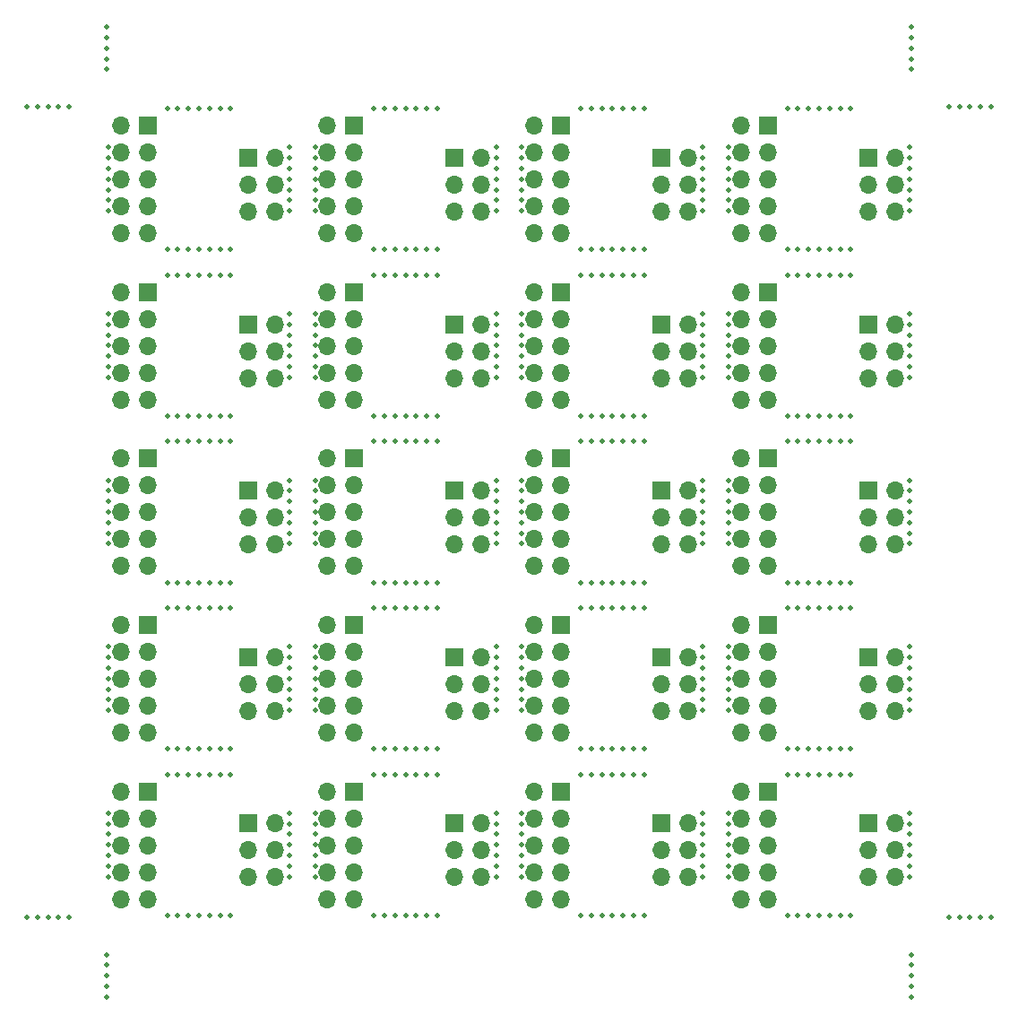
<source format=gbr>
%TF.GenerationSoftware,KiCad,Pcbnew,(6.0.6)*%
%TF.CreationDate,2022-08-19T10:36:33-07:00*%
%TF.ProjectId,panel,70616e65-6c2e-46b6-9963-61645f706362,rev?*%
%TF.SameCoordinates,PXe4e1c0PYe4e1c0*%
%TF.FileFunction,Soldermask,Bot*%
%TF.FilePolarity,Negative*%
%FSLAX46Y46*%
G04 Gerber Fmt 4.6, Leading zero omitted, Abs format (unit mm)*
G04 Created by KiCad (PCBNEW (6.0.6)) date 2022-08-19 10:36:33*
%MOMM*%
%LPD*%
G01*
G04 APERTURE LIST*
%ADD10C,0.500000*%
%ADD11R,1.700000X1.700000*%
%ADD12O,1.700000X1.700000*%
G04 APERTURE END LIST*
D10*
%TO.C,REF\u002A\u002A*%
X75340000Y-84380000D03*
%TD*%
%TO.C,REF\u002A\u002A*%
X13760000Y-68670000D03*
%TD*%
D11*
%TO.C,J1*%
X40923000Y-28559000D03*
D12*
X43463000Y-28559000D03*
X40923000Y-31099000D03*
X43463000Y-31099000D03*
X40923000Y-33639000D03*
X43463000Y-33639000D03*
%TD*%
D10*
%TO.C,REF\u002A\u002A*%
X39285000Y-37230000D03*
%TD*%
%TO.C,REF\u002A\u002A*%
X66780000Y-60010000D03*
%TD*%
%TO.C,REF\u002A\u002A*%
X57815000Y-68670000D03*
%TD*%
%TO.C,REF\u002A\u002A*%
X8200000Y-27575000D03*
%TD*%
%TO.C,REF\u002A\u002A*%
X33285000Y-37230000D03*
%TD*%
%TO.C,REF\u002A\u002A*%
X64380000Y-75725000D03*
%TD*%
%TO.C,REF\u002A\u002A*%
X64380000Y-33575000D03*
%TD*%
%TO.C,REF\u002A\u002A*%
X47250000Y-77725000D03*
%TD*%
%TO.C,REF\u002A\u002A*%
X57815000Y-8200000D03*
%TD*%
%TO.C,REF\u002A\u002A*%
X73340000Y-21520000D03*
%TD*%
D11*
%TO.C,J2*%
X50969000Y-41230000D03*
D12*
X48429000Y-41230000D03*
X50969000Y-43770000D03*
X48429000Y-43770000D03*
X50969000Y-46310000D03*
X48429000Y-46310000D03*
X50969000Y-48850000D03*
X48429000Y-48850000D03*
X50969000Y-51390000D03*
X48429000Y-51390000D03*
%TD*%
D10*
%TO.C,REF\u002A\u002A*%
X88600000Y-84580000D03*
%TD*%
%TO.C,REF\u002A\u002A*%
X17760000Y-37230000D03*
%TD*%
%TO.C,REF\u002A\u002A*%
X38285000Y-21520000D03*
%TD*%
%TO.C,REF\u002A\u002A*%
X44850000Y-64010000D03*
%TD*%
%TO.C,REF\u002A\u002A*%
X66780000Y-75725000D03*
%TD*%
%TO.C,REF\u002A\u002A*%
X27720000Y-79725000D03*
%TD*%
%TO.C,REF\u002A\u002A*%
X77340000Y-39630000D03*
%TD*%
%TO.C,REF\u002A\u002A*%
X44850000Y-78725000D03*
%TD*%
%TO.C,REF\u002A\u002A*%
X8000000Y-89080000D03*
%TD*%
%TO.C,REF\u002A\u002A*%
X25320000Y-65010000D03*
%TD*%
%TO.C,REF\u002A\u002A*%
X27720000Y-59010000D03*
%TD*%
%TO.C,REF\u002A\u002A*%
X16760000Y-68670000D03*
%TD*%
%TO.C,REF\u002A\u002A*%
X73340000Y-37230000D03*
%TD*%
%TO.C,REF\u002A\u002A*%
X84100000Y-2500000D03*
%TD*%
%TO.C,REF\u002A\u002A*%
X47250000Y-65010000D03*
%TD*%
%TO.C,REF\u002A\u002A*%
X89600000Y-84580000D03*
%TD*%
%TO.C,REF\u002A\u002A*%
X47250000Y-17860000D03*
%TD*%
%TO.C,REF\u002A\u002A*%
X18760000Y-52950000D03*
%TD*%
%TO.C,REF\u002A\u002A*%
X44850000Y-11860000D03*
%TD*%
%TO.C,REF\u002A\u002A*%
X8200000Y-33575000D03*
%TD*%
%TO.C,REF\u002A\u002A*%
X64380000Y-11860000D03*
%TD*%
%TO.C,REF\u002A\u002A*%
X47250000Y-80725000D03*
%TD*%
%TO.C,REF\u002A\u002A*%
X56815000Y-23920000D03*
%TD*%
%TO.C,REF\u002A\u002A*%
X66780000Y-47290000D03*
%TD*%
%TO.C,REF\u002A\u002A*%
X27720000Y-49290000D03*
%TD*%
D11*
%TO.C,J1*%
X79975000Y-28559000D03*
D12*
X82515000Y-28559000D03*
X79975000Y-31099000D03*
X82515000Y-31099000D03*
X79975000Y-33639000D03*
X82515000Y-33639000D03*
%TD*%
D10*
%TO.C,REF\u002A\u002A*%
X35285000Y-8200000D03*
%TD*%
%TO.C,REF\u002A\u002A*%
X18760000Y-71070000D03*
%TD*%
%TO.C,REF\u002A\u002A*%
X56815000Y-8200000D03*
%TD*%
%TO.C,REF\u002A\u002A*%
X66780000Y-59010000D03*
%TD*%
%TO.C,REF\u002A\u002A*%
X27720000Y-64010000D03*
%TD*%
%TO.C,REF\u002A\u002A*%
X44850000Y-48290000D03*
%TD*%
%TO.C,REF\u002A\u002A*%
X14760000Y-52950000D03*
%TD*%
%TO.C,REF\u002A\u002A*%
X8200000Y-29575000D03*
%TD*%
%TO.C,REF\u002A\u002A*%
X1500000Y-8000000D03*
%TD*%
%TO.C,REF\u002A\u002A*%
X66780000Y-46290000D03*
%TD*%
%TO.C,REF\u002A\u002A*%
X8200000Y-61010000D03*
%TD*%
%TO.C,REF\u002A\u002A*%
X84100000Y-500000D03*
%TD*%
D11*
%TO.C,J2*%
X11917000Y-56946000D03*
D12*
X9377000Y-56946000D03*
X11917000Y-59486000D03*
X9377000Y-59486000D03*
X11917000Y-62026000D03*
X9377000Y-62026000D03*
X11917000Y-64566000D03*
X9377000Y-64566000D03*
X11917000Y-67106000D03*
X9377000Y-67106000D03*
%TD*%
D10*
%TO.C,REF\u002A\u002A*%
X8200000Y-31575000D03*
%TD*%
%TO.C,REF\u002A\u002A*%
X53815000Y-37230000D03*
%TD*%
%TO.C,REF\u002A\u002A*%
X64380000Y-29575000D03*
%TD*%
%TO.C,REF\u002A\u002A*%
X52815000Y-52950000D03*
%TD*%
%TO.C,REF\u002A\u002A*%
X18760000Y-84380000D03*
%TD*%
%TO.C,REF\u002A\u002A*%
X64380000Y-30575000D03*
%TD*%
%TO.C,REF\u002A\u002A*%
X34285000Y-8200000D03*
%TD*%
%TO.C,REF\u002A\u002A*%
X44850000Y-33575000D03*
%TD*%
%TO.C,REF\u002A\u002A*%
X44850000Y-30575000D03*
%TD*%
%TO.C,REF\u002A\u002A*%
X27720000Y-74725000D03*
%TD*%
%TO.C,REF\u002A\u002A*%
X16760000Y-39630000D03*
%TD*%
%TO.C,REF\u002A\u002A*%
X47250000Y-61010000D03*
%TD*%
%TO.C,REF\u002A\u002A*%
X84100000Y-88080000D03*
%TD*%
%TO.C,REF\u002A\u002A*%
X56815000Y-55350000D03*
%TD*%
D11*
%TO.C,J2*%
X70495000Y-25514000D03*
D12*
X67955000Y-25514000D03*
X70495000Y-28054000D03*
X67955000Y-28054000D03*
X70495000Y-30594000D03*
X67955000Y-30594000D03*
X70495000Y-33134000D03*
X67955000Y-33134000D03*
X70495000Y-35674000D03*
X67955000Y-35674000D03*
%TD*%
D10*
%TO.C,REF\u002A\u002A*%
X55815000Y-21520000D03*
%TD*%
%TO.C,REF\u002A\u002A*%
X14760000Y-39630000D03*
%TD*%
D11*
%TO.C,J1*%
X79975000Y-75707000D03*
D12*
X82515000Y-75707000D03*
X79975000Y-78247000D03*
X82515000Y-78247000D03*
X79975000Y-80787000D03*
X82515000Y-80787000D03*
%TD*%
D10*
%TO.C,REF\u002A\u002A*%
X37285000Y-68670000D03*
%TD*%
%TO.C,REF\u002A\u002A*%
X53815000Y-55350000D03*
%TD*%
%TO.C,REF\u002A\u002A*%
X44850000Y-62010000D03*
%TD*%
%TO.C,REF\u002A\u002A*%
X19760000Y-21520000D03*
%TD*%
%TO.C,REF\u002A\u002A*%
X36285000Y-23920000D03*
%TD*%
%TO.C,REF\u002A\u002A*%
X25320000Y-49290000D03*
%TD*%
D11*
%TO.C,J2*%
X50969000Y-56946000D03*
D12*
X48429000Y-56946000D03*
X50969000Y-59486000D03*
X48429000Y-59486000D03*
X50969000Y-62026000D03*
X48429000Y-62026000D03*
X50969000Y-64566000D03*
X48429000Y-64566000D03*
X50969000Y-67106000D03*
X48429000Y-67106000D03*
%TD*%
D10*
%TO.C,REF\u002A\u002A*%
X56815000Y-68670000D03*
%TD*%
%TO.C,REF\u002A\u002A*%
X75340000Y-52950000D03*
%TD*%
D11*
%TO.C,J1*%
X21397000Y-75707000D03*
D12*
X23937000Y-75707000D03*
X21397000Y-78247000D03*
X23937000Y-78247000D03*
X21397000Y-80787000D03*
X23937000Y-80787000D03*
%TD*%
D10*
%TO.C,REF\u002A\u002A*%
X14760000Y-21520000D03*
%TD*%
%TO.C,REF\u002A\u002A*%
X47250000Y-47290000D03*
%TD*%
%TO.C,REF\u002A\u002A*%
X64380000Y-44290000D03*
%TD*%
%TO.C,REF\u002A\u002A*%
X58815000Y-21520000D03*
%TD*%
%TO.C,REF\u002A\u002A*%
X76340000Y-55350000D03*
%TD*%
%TO.C,REF\u002A\u002A*%
X78340000Y-8200000D03*
%TD*%
D11*
%TO.C,J2*%
X50969000Y-25514000D03*
D12*
X48429000Y-25514000D03*
X50969000Y-28054000D03*
X48429000Y-28054000D03*
X50969000Y-30594000D03*
X48429000Y-30594000D03*
X50969000Y-33134000D03*
X48429000Y-33134000D03*
X50969000Y-35674000D03*
X48429000Y-35674000D03*
%TD*%
D10*
%TO.C,REF\u002A\u002A*%
X57815000Y-71070000D03*
%TD*%
%TO.C,REF\u002A\u002A*%
X75340000Y-37230000D03*
%TD*%
%TO.C,REF\u002A\u002A*%
X77340000Y-55350000D03*
%TD*%
%TO.C,REF\u002A\u002A*%
X16760000Y-8200000D03*
%TD*%
%TO.C,REF\u002A\u002A*%
X37285000Y-52950000D03*
%TD*%
%TO.C,REF\u002A\u002A*%
X47250000Y-62010000D03*
%TD*%
%TO.C,REF\u002A\u002A*%
X76340000Y-84380000D03*
%TD*%
%TO.C,REF\u002A\u002A*%
X47250000Y-29575000D03*
%TD*%
D11*
%TO.C,J2*%
X11917000Y-9798000D03*
D12*
X9377000Y-9798000D03*
X11917000Y-12338000D03*
X9377000Y-12338000D03*
X11917000Y-14878000D03*
X9377000Y-14878000D03*
X11917000Y-17418000D03*
X9377000Y-17418000D03*
X11917000Y-19958000D03*
X9377000Y-19958000D03*
%TD*%
D10*
%TO.C,REF\u002A\u002A*%
X64380000Y-27575000D03*
%TD*%
%TO.C,REF\u002A\u002A*%
X14760000Y-55350000D03*
%TD*%
%TO.C,REF\u002A\u002A*%
X83900000Y-33575000D03*
%TD*%
%TO.C,REF\u002A\u002A*%
X25320000Y-64010000D03*
%TD*%
%TO.C,REF\u002A\u002A*%
X47250000Y-44290000D03*
%TD*%
%TO.C,REF\u002A\u002A*%
X66780000Y-63010000D03*
%TD*%
%TO.C,REF\u002A\u002A*%
X8200000Y-12860000D03*
%TD*%
%TO.C,REF\u002A\u002A*%
X8200000Y-59010000D03*
%TD*%
%TO.C,REF\u002A\u002A*%
X8000000Y-88080000D03*
%TD*%
%TO.C,REF\u002A\u002A*%
X47250000Y-43290000D03*
%TD*%
%TO.C,REF\u002A\u002A*%
X19760000Y-39630000D03*
%TD*%
D11*
%TO.C,J1*%
X60449000Y-59991000D03*
D12*
X62989000Y-59991000D03*
X60449000Y-62531000D03*
X62989000Y-62531000D03*
X60449000Y-65071000D03*
X62989000Y-65071000D03*
%TD*%
D11*
%TO.C,J1*%
X60449000Y-75707000D03*
D12*
X62989000Y-75707000D03*
X60449000Y-78247000D03*
X62989000Y-78247000D03*
X60449000Y-80787000D03*
X62989000Y-80787000D03*
%TD*%
D10*
%TO.C,REF\u002A\u002A*%
X54815000Y-37230000D03*
%TD*%
%TO.C,REF\u002A\u002A*%
X8200000Y-15860000D03*
%TD*%
%TO.C,REF\u002A\u002A*%
X52815000Y-21520000D03*
%TD*%
%TO.C,REF\u002A\u002A*%
X75340000Y-23920000D03*
%TD*%
%TO.C,REF\u002A\u002A*%
X33285000Y-8200000D03*
%TD*%
%TO.C,REF\u002A\u002A*%
X44850000Y-15860000D03*
%TD*%
%TO.C,REF\u002A\u002A*%
X25320000Y-78725000D03*
%TD*%
%TO.C,REF\u002A\u002A*%
X38285000Y-55350000D03*
%TD*%
%TO.C,REF\u002A\u002A*%
X27720000Y-17860000D03*
%TD*%
%TO.C,REF\u002A\u002A*%
X15760000Y-68670000D03*
%TD*%
%TO.C,REF\u002A\u002A*%
X44850000Y-17860000D03*
%TD*%
%TO.C,REF\u002A\u002A*%
X18760000Y-23920000D03*
%TD*%
%TO.C,REF\u002A\u002A*%
X47250000Y-59010000D03*
%TD*%
%TO.C,REF\u002A\u002A*%
X53815000Y-23920000D03*
%TD*%
%TO.C,REF\u002A\u002A*%
X44850000Y-59010000D03*
%TD*%
%TO.C,REF\u002A\u002A*%
X47250000Y-74725000D03*
%TD*%
%TO.C,REF\u002A\u002A*%
X14760000Y-68670000D03*
%TD*%
%TO.C,REF\u002A\u002A*%
X84100000Y-92080000D03*
%TD*%
%TO.C,REF\u002A\u002A*%
X83900000Y-77725000D03*
%TD*%
%TO.C,REF\u002A\u002A*%
X44850000Y-45290000D03*
%TD*%
%TO.C,REF\u002A\u002A*%
X53815000Y-52950000D03*
%TD*%
%TO.C,REF\u002A\u002A*%
X64380000Y-79725000D03*
%TD*%
%TO.C,REF\u002A\u002A*%
X66780000Y-16860000D03*
%TD*%
D11*
%TO.C,J1*%
X79975000Y-12843000D03*
D12*
X82515000Y-12843000D03*
X79975000Y-15383000D03*
X82515000Y-15383000D03*
X79975000Y-17923000D03*
X82515000Y-17923000D03*
%TD*%
D10*
%TO.C,REF\u002A\u002A*%
X36285000Y-68670000D03*
%TD*%
%TO.C,REF\u002A\u002A*%
X78340000Y-55350000D03*
%TD*%
D11*
%TO.C,J1*%
X60449000Y-28559000D03*
D12*
X62989000Y-28559000D03*
X60449000Y-31099000D03*
X62989000Y-31099000D03*
X60449000Y-33639000D03*
X62989000Y-33639000D03*
%TD*%
D10*
%TO.C,REF\u002A\u002A*%
X27720000Y-46290000D03*
%TD*%
%TO.C,REF\u002A\u002A*%
X53815000Y-8200000D03*
%TD*%
%TO.C,REF\u002A\u002A*%
X55815000Y-52950000D03*
%TD*%
D11*
%TO.C,J2*%
X11917000Y-25514000D03*
D12*
X9377000Y-25514000D03*
X11917000Y-28054000D03*
X9377000Y-28054000D03*
X11917000Y-30594000D03*
X9377000Y-30594000D03*
X11917000Y-33134000D03*
X9377000Y-33134000D03*
X11917000Y-35674000D03*
X9377000Y-35674000D03*
%TD*%
D10*
%TO.C,REF\u002A\u002A*%
X76340000Y-52950000D03*
%TD*%
%TO.C,REF\u002A\u002A*%
X8200000Y-45290000D03*
%TD*%
%TO.C,REF\u002A\u002A*%
X39285000Y-84380000D03*
%TD*%
%TO.C,REF\u002A\u002A*%
X15760000Y-39630000D03*
%TD*%
%TO.C,REF\u002A\u002A*%
X18760000Y-21520000D03*
%TD*%
%TO.C,REF\u002A\u002A*%
X47250000Y-13860000D03*
%TD*%
%TO.C,REF\u002A\u002A*%
X8200000Y-76725000D03*
%TD*%
%TO.C,REF\u002A\u002A*%
X15760000Y-37230000D03*
%TD*%
%TO.C,REF\u002A\u002A*%
X8200000Y-28575000D03*
%TD*%
%TO.C,REF\u002A\u002A*%
X44850000Y-74725000D03*
%TD*%
%TO.C,REF\u002A\u002A*%
X57815000Y-37230000D03*
%TD*%
%TO.C,REF\u002A\u002A*%
X83900000Y-46290000D03*
%TD*%
%TO.C,REF\u002A\u002A*%
X52815000Y-68670000D03*
%TD*%
%TO.C,REF\u002A\u002A*%
X15760000Y-21520000D03*
%TD*%
%TO.C,REF\u002A\u002A*%
X83900000Y-65010000D03*
%TD*%
%TO.C,REF\u002A\u002A*%
X64380000Y-76725000D03*
%TD*%
%TO.C,REF\u002A\u002A*%
X75340000Y-55350000D03*
%TD*%
D11*
%TO.C,J2*%
X70495000Y-72662000D03*
D12*
X67955000Y-72662000D03*
X70495000Y-75202000D03*
X67955000Y-75202000D03*
X70495000Y-77742000D03*
X67955000Y-77742000D03*
X70495000Y-80282000D03*
X67955000Y-80282000D03*
X70495000Y-82822000D03*
X67955000Y-82822000D03*
%TD*%
D10*
%TO.C,REF\u002A\u002A*%
X44850000Y-13860000D03*
%TD*%
D11*
%TO.C,J2*%
X70495000Y-41230000D03*
D12*
X67955000Y-41230000D03*
X70495000Y-43770000D03*
X67955000Y-43770000D03*
X70495000Y-46310000D03*
X67955000Y-46310000D03*
X70495000Y-48850000D03*
X67955000Y-48850000D03*
X70495000Y-51390000D03*
X67955000Y-51390000D03*
%TD*%
D10*
%TO.C,REF\u002A\u002A*%
X39285000Y-23920000D03*
%TD*%
%TO.C,REF\u002A\u002A*%
X33285000Y-52950000D03*
%TD*%
%TO.C,REF\u002A\u002A*%
X36285000Y-39630000D03*
%TD*%
%TO.C,REF\u002A\u002A*%
X55815000Y-8200000D03*
%TD*%
%TO.C,REF\u002A\u002A*%
X66780000Y-74725000D03*
%TD*%
%TO.C,REF\u002A\u002A*%
X64380000Y-13860000D03*
%TD*%
D11*
%TO.C,J1*%
X21397000Y-44275000D03*
D12*
X23937000Y-44275000D03*
X21397000Y-46815000D03*
X23937000Y-46815000D03*
X21397000Y-49355000D03*
X23937000Y-49355000D03*
%TD*%
D10*
%TO.C,REF\u002A\u002A*%
X72340000Y-55350000D03*
%TD*%
%TO.C,REF\u002A\u002A*%
X56815000Y-71070000D03*
%TD*%
%TO.C,REF\u002A\u002A*%
X72340000Y-23920000D03*
%TD*%
D11*
%TO.C,J2*%
X70495000Y-9798000D03*
D12*
X67955000Y-9798000D03*
X70495000Y-12338000D03*
X67955000Y-12338000D03*
X70495000Y-14878000D03*
X67955000Y-14878000D03*
X70495000Y-17418000D03*
X67955000Y-17418000D03*
X70495000Y-19958000D03*
X67955000Y-19958000D03*
%TD*%
D10*
%TO.C,REF\u002A\u002A*%
X66780000Y-15860000D03*
%TD*%
%TO.C,REF\u002A\u002A*%
X27720000Y-75725000D03*
%TD*%
%TO.C,REF\u002A\u002A*%
X37285000Y-55350000D03*
%TD*%
%TO.C,REF\u002A\u002A*%
X8000000Y-4500000D03*
%TD*%
%TO.C,REF\u002A\u002A*%
X39285000Y-8200000D03*
%TD*%
%TO.C,REF\u002A\u002A*%
X76340000Y-39630000D03*
%TD*%
%TO.C,REF\u002A\u002A*%
X27720000Y-13860000D03*
%TD*%
%TO.C,REF\u002A\u002A*%
X8200000Y-16860000D03*
%TD*%
%TO.C,REF\u002A\u002A*%
X66780000Y-43290000D03*
%TD*%
%TO.C,REF\u002A\u002A*%
X52815000Y-23920000D03*
%TD*%
%TO.C,REF\u002A\u002A*%
X66780000Y-33575000D03*
%TD*%
%TO.C,REF\u002A\u002A*%
X36285000Y-52950000D03*
%TD*%
%TO.C,REF\u002A\u002A*%
X47250000Y-75725000D03*
%TD*%
%TO.C,REF\u002A\u002A*%
X77340000Y-21520000D03*
%TD*%
%TO.C,REF\u002A\u002A*%
X13760000Y-39630000D03*
%TD*%
%TO.C,REF\u002A\u002A*%
X64380000Y-74725000D03*
%TD*%
%TO.C,REF\u002A\u002A*%
X47250000Y-27575000D03*
%TD*%
%TO.C,REF\u002A\u002A*%
X47250000Y-45290000D03*
%TD*%
%TO.C,REF\u002A\u002A*%
X25320000Y-59010000D03*
%TD*%
%TO.C,REF\u002A\u002A*%
X18760000Y-8200000D03*
%TD*%
%TO.C,REF\u002A\u002A*%
X25320000Y-80725000D03*
%TD*%
%TO.C,REF\u002A\u002A*%
X83900000Y-61010000D03*
%TD*%
%TO.C,REF\u002A\u002A*%
X18760000Y-37230000D03*
%TD*%
%TO.C,REF\u002A\u002A*%
X25320000Y-30575000D03*
%TD*%
%TO.C,REF\u002A\u002A*%
X87600000Y-8000000D03*
%TD*%
%TO.C,REF\u002A\u002A*%
X35285000Y-37230000D03*
%TD*%
%TO.C,REF\u002A\u002A*%
X64380000Y-15860000D03*
%TD*%
%TO.C,REF\u002A\u002A*%
X27720000Y-16860000D03*
%TD*%
%TO.C,REF\u002A\u002A*%
X58815000Y-71070000D03*
%TD*%
%TO.C,REF\u002A\u002A*%
X84100000Y-3500000D03*
%TD*%
%TO.C,REF\u002A\u002A*%
X66780000Y-28575000D03*
%TD*%
%TO.C,REF\u002A\u002A*%
X36285000Y-8200000D03*
%TD*%
%TO.C,REF\u002A\u002A*%
X72340000Y-21520000D03*
%TD*%
%TO.C,REF\u002A\u002A*%
X44850000Y-60010000D03*
%TD*%
%TO.C,REF\u002A\u002A*%
X16760000Y-37230000D03*
%TD*%
%TO.C,REF\u002A\u002A*%
X64380000Y-59010000D03*
%TD*%
%TO.C,REF\u002A\u002A*%
X16760000Y-55350000D03*
%TD*%
%TO.C,REF\u002A\u002A*%
X47250000Y-48290000D03*
%TD*%
%TO.C,REF\u002A\u002A*%
X44850000Y-43290000D03*
%TD*%
%TO.C,REF\u002A\u002A*%
X8200000Y-79725000D03*
%TD*%
%TO.C,REF\u002A\u002A*%
X39285000Y-71070000D03*
%TD*%
%TO.C,REF\u002A\u002A*%
X35285000Y-68670000D03*
%TD*%
%TO.C,REF\u002A\u002A*%
X44850000Y-32575000D03*
%TD*%
%TO.C,REF\u002A\u002A*%
X54815000Y-52950000D03*
%TD*%
%TO.C,REF\u002A\u002A*%
X84100000Y-4500000D03*
%TD*%
%TO.C,REF\u002A\u002A*%
X8200000Y-14860000D03*
%TD*%
%TO.C,REF\u002A\u002A*%
X66780000Y-32575000D03*
%TD*%
%TO.C,REF\u002A\u002A*%
X13760000Y-21520000D03*
%TD*%
%TO.C,REF\u002A\u002A*%
X25320000Y-16860000D03*
%TD*%
%TO.C,REF\u002A\u002A*%
X56815000Y-84380000D03*
%TD*%
%TO.C,REF\u002A\u002A*%
X58815000Y-84380000D03*
%TD*%
%TO.C,REF\u002A\u002A*%
X25320000Y-48290000D03*
%TD*%
%TO.C,REF\u002A\u002A*%
X52815000Y-39630000D03*
%TD*%
%TO.C,REF\u002A\u002A*%
X72340000Y-8200000D03*
%TD*%
%TO.C,REF\u002A\u002A*%
X57815000Y-84380000D03*
%TD*%
%TO.C,REF\u002A\u002A*%
X16760000Y-84380000D03*
%TD*%
%TO.C,REF\u002A\u002A*%
X75340000Y-71070000D03*
%TD*%
%TO.C,REF\u002A\u002A*%
X44850000Y-80725000D03*
%TD*%
%TO.C,REF\u002A\u002A*%
X78340000Y-39630000D03*
%TD*%
%TO.C,REF\u002A\u002A*%
X74340000Y-21520000D03*
%TD*%
%TO.C,REF\u002A\u002A*%
X36285000Y-84380000D03*
%TD*%
%TO.C,REF\u002A\u002A*%
X27720000Y-65010000D03*
%TD*%
%TO.C,REF\u002A\u002A*%
X38285000Y-23920000D03*
%TD*%
%TO.C,REF\u002A\u002A*%
X47250000Y-46290000D03*
%TD*%
%TO.C,REF\u002A\u002A*%
X8000000Y-3500000D03*
%TD*%
%TO.C,REF\u002A\u002A*%
X33285000Y-23920000D03*
%TD*%
%TO.C,REF\u002A\u002A*%
X15760000Y-71070000D03*
%TD*%
%TO.C,REF\u002A\u002A*%
X66780000Y-31575000D03*
%TD*%
%TO.C,REF\u002A\u002A*%
X35285000Y-23920000D03*
%TD*%
%TO.C,REF\u002A\u002A*%
X25320000Y-76725000D03*
%TD*%
%TO.C,REF\u002A\u002A*%
X47250000Y-60010000D03*
%TD*%
%TO.C,REF\u002A\u002A*%
X34285000Y-55350000D03*
%TD*%
%TO.C,REF\u002A\u002A*%
X17760000Y-71070000D03*
%TD*%
%TO.C,REF\u002A\u002A*%
X34285000Y-21520000D03*
%TD*%
%TO.C,REF\u002A\u002A*%
X4500000Y-8000000D03*
%TD*%
%TO.C,REF\u002A\u002A*%
X58815000Y-39630000D03*
%TD*%
%TO.C,REF\u002A\u002A*%
X52815000Y-8200000D03*
%TD*%
%TO.C,REF\u002A\u002A*%
X83900000Y-48290000D03*
%TD*%
D11*
%TO.C,J2*%
X70495000Y-56946000D03*
D12*
X67955000Y-56946000D03*
X70495000Y-59486000D03*
X67955000Y-59486000D03*
X70495000Y-62026000D03*
X67955000Y-62026000D03*
X70495000Y-64566000D03*
X67955000Y-64566000D03*
X70495000Y-67106000D03*
X67955000Y-67106000D03*
%TD*%
D10*
%TO.C,REF\u002A\u002A*%
X25320000Y-32575000D03*
%TD*%
%TO.C,REF\u002A\u002A*%
X54815000Y-55350000D03*
%TD*%
%TO.C,REF\u002A\u002A*%
X14760000Y-37230000D03*
%TD*%
%TO.C,REF\u002A\u002A*%
X8200000Y-13860000D03*
%TD*%
%TO.C,REF\u002A\u002A*%
X8200000Y-44290000D03*
%TD*%
%TO.C,REF\u002A\u002A*%
X1500000Y-84580000D03*
%TD*%
%TO.C,REF\u002A\u002A*%
X83900000Y-49290000D03*
%TD*%
%TO.C,REF\u002A\u002A*%
X83900000Y-47290000D03*
%TD*%
%TO.C,REF\u002A\u002A*%
X25320000Y-44290000D03*
%TD*%
%TO.C,REF\u002A\u002A*%
X66780000Y-30575000D03*
%TD*%
D11*
%TO.C,J2*%
X50969000Y-72662000D03*
D12*
X48429000Y-72662000D03*
X50969000Y-75202000D03*
X48429000Y-75202000D03*
X50969000Y-77742000D03*
X48429000Y-77742000D03*
X50969000Y-80282000D03*
X48429000Y-80282000D03*
X50969000Y-82822000D03*
X48429000Y-82822000D03*
%TD*%
D10*
%TO.C,REF\u002A\u002A*%
X47250000Y-31575000D03*
%TD*%
D11*
%TO.C,J1*%
X40923000Y-44275000D03*
D12*
X43463000Y-44275000D03*
X40923000Y-46815000D03*
X43463000Y-46815000D03*
X40923000Y-49355000D03*
X43463000Y-49355000D03*
%TD*%
D10*
%TO.C,REF\u002A\u002A*%
X83900000Y-13860000D03*
%TD*%
D11*
%TO.C,J2*%
X31443000Y-9798000D03*
D12*
X28903000Y-9798000D03*
X31443000Y-12338000D03*
X28903000Y-12338000D03*
X31443000Y-14878000D03*
X28903000Y-14878000D03*
X31443000Y-17418000D03*
X28903000Y-17418000D03*
X31443000Y-19958000D03*
X28903000Y-19958000D03*
%TD*%
D10*
%TO.C,REF\u002A\u002A*%
X27720000Y-43290000D03*
%TD*%
%TO.C,REF\u002A\u002A*%
X57815000Y-23920000D03*
%TD*%
%TO.C,REF\u002A\u002A*%
X44850000Y-65010000D03*
%TD*%
%TO.C,REF\u002A\u002A*%
X66780000Y-61010000D03*
%TD*%
%TO.C,REF\u002A\u002A*%
X66780000Y-62010000D03*
%TD*%
%TO.C,REF\u002A\u002A*%
X13760000Y-8200000D03*
%TD*%
%TO.C,REF\u002A\u002A*%
X8000000Y-91080000D03*
%TD*%
%TO.C,REF\u002A\u002A*%
X66780000Y-80725000D03*
%TD*%
D11*
%TO.C,J1*%
X21397000Y-28559000D03*
D12*
X23937000Y-28559000D03*
X21397000Y-31099000D03*
X23937000Y-31099000D03*
X21397000Y-33639000D03*
X23937000Y-33639000D03*
%TD*%
D10*
%TO.C,REF\u002A\u002A*%
X27720000Y-47290000D03*
%TD*%
%TO.C,REF\u002A\u002A*%
X15760000Y-52950000D03*
%TD*%
%TO.C,REF\u002A\u002A*%
X8200000Y-47290000D03*
%TD*%
%TO.C,REF\u002A\u002A*%
X64380000Y-14860000D03*
%TD*%
%TO.C,REF\u002A\u002A*%
X66780000Y-49290000D03*
%TD*%
%TO.C,REF\u002A\u002A*%
X64380000Y-77725000D03*
%TD*%
%TO.C,REF\u002A\u002A*%
X47250000Y-64010000D03*
%TD*%
%TO.C,REF\u002A\u002A*%
X25320000Y-60010000D03*
%TD*%
%TO.C,REF\u002A\u002A*%
X17760000Y-8200000D03*
%TD*%
%TO.C,REF\u002A\u002A*%
X8200000Y-63010000D03*
%TD*%
%TO.C,REF\u002A\u002A*%
X8000000Y-500000D03*
%TD*%
D11*
%TO.C,J1*%
X21397000Y-12843000D03*
D12*
X23937000Y-12843000D03*
X21397000Y-15383000D03*
X23937000Y-15383000D03*
X21397000Y-17923000D03*
X23937000Y-17923000D03*
%TD*%
D10*
%TO.C,REF\u002A\u002A*%
X53815000Y-68670000D03*
%TD*%
%TO.C,REF\u002A\u002A*%
X83900000Y-63010000D03*
%TD*%
%TO.C,REF\u002A\u002A*%
X39285000Y-21520000D03*
%TD*%
%TO.C,REF\u002A\u002A*%
X57815000Y-21520000D03*
%TD*%
%TO.C,REF\u002A\u002A*%
X33285000Y-39630000D03*
%TD*%
%TO.C,REF\u002A\u002A*%
X33285000Y-84380000D03*
%TD*%
%TO.C,REF\u002A\u002A*%
X83900000Y-29575000D03*
%TD*%
%TO.C,REF\u002A\u002A*%
X14760000Y-23920000D03*
%TD*%
%TO.C,REF\u002A\u002A*%
X66780000Y-79725000D03*
%TD*%
%TO.C,REF\u002A\u002A*%
X8200000Y-11860000D03*
%TD*%
%TO.C,REF\u002A\u002A*%
X74340000Y-39630000D03*
%TD*%
%TO.C,REF\u002A\u002A*%
X27720000Y-11860000D03*
%TD*%
%TO.C,REF\u002A\u002A*%
X90600000Y-84580000D03*
%TD*%
%TO.C,REF\u002A\u002A*%
X8200000Y-48290000D03*
%TD*%
%TO.C,REF\u002A\u002A*%
X54815000Y-71070000D03*
%TD*%
%TO.C,REF\u002A\u002A*%
X8200000Y-77725000D03*
%TD*%
%TO.C,REF\u002A\u002A*%
X27720000Y-45290000D03*
%TD*%
%TO.C,REF\u002A\u002A*%
X52815000Y-71070000D03*
%TD*%
%TO.C,REF\u002A\u002A*%
X52815000Y-84380000D03*
%TD*%
D11*
%TO.C,J2*%
X11917000Y-41230000D03*
D12*
X9377000Y-41230000D03*
X11917000Y-43770000D03*
X9377000Y-43770000D03*
X11917000Y-46310000D03*
X9377000Y-46310000D03*
X11917000Y-48850000D03*
X9377000Y-48850000D03*
X11917000Y-51390000D03*
X9377000Y-51390000D03*
%TD*%
D10*
%TO.C,REF\u002A\u002A*%
X54815000Y-21520000D03*
%TD*%
%TO.C,REF\u002A\u002A*%
X64380000Y-65010000D03*
%TD*%
%TO.C,REF\u002A\u002A*%
X66780000Y-77725000D03*
%TD*%
%TO.C,REF\u002A\u002A*%
X74340000Y-68670000D03*
%TD*%
%TO.C,REF\u002A\u002A*%
X83900000Y-79725000D03*
%TD*%
D11*
%TO.C,J1*%
X60449000Y-44275000D03*
D12*
X62989000Y-44275000D03*
X60449000Y-46815000D03*
X62989000Y-46815000D03*
X60449000Y-49355000D03*
X62989000Y-49355000D03*
%TD*%
D10*
%TO.C,REF\u002A\u002A*%
X44850000Y-44290000D03*
%TD*%
%TO.C,REF\u002A\u002A*%
X8200000Y-80725000D03*
%TD*%
%TO.C,REF\u002A\u002A*%
X73340000Y-23920000D03*
%TD*%
D11*
%TO.C,J1*%
X79975000Y-44275000D03*
D12*
X82515000Y-44275000D03*
X79975000Y-46815000D03*
X82515000Y-46815000D03*
X79975000Y-49355000D03*
X82515000Y-49355000D03*
%TD*%
D10*
%TO.C,REF\u002A\u002A*%
X37285000Y-21520000D03*
%TD*%
%TO.C,REF\u002A\u002A*%
X66780000Y-12860000D03*
%TD*%
%TO.C,REF\u002A\u002A*%
X18760000Y-39630000D03*
%TD*%
%TO.C,REF\u002A\u002A*%
X77340000Y-37230000D03*
%TD*%
%TO.C,REF\u002A\u002A*%
X78340000Y-71070000D03*
%TD*%
%TO.C,REF\u002A\u002A*%
X66780000Y-65010000D03*
%TD*%
%TO.C,REF\u002A\u002A*%
X44850000Y-61010000D03*
%TD*%
%TO.C,REF\u002A\u002A*%
X27720000Y-30575000D03*
%TD*%
%TO.C,REF\u002A\u002A*%
X58815000Y-55350000D03*
%TD*%
%TO.C,REF\u002A\u002A*%
X35285000Y-84380000D03*
%TD*%
%TO.C,REF\u002A\u002A*%
X14760000Y-71070000D03*
%TD*%
%TO.C,REF\u002A\u002A*%
X25320000Y-63010000D03*
%TD*%
%TO.C,REF\u002A\u002A*%
X44850000Y-49290000D03*
%TD*%
%TO.C,REF\u002A\u002A*%
X13760000Y-55350000D03*
%TD*%
D11*
%TO.C,J1*%
X40923000Y-59991000D03*
D12*
X43463000Y-59991000D03*
X40923000Y-62531000D03*
X43463000Y-62531000D03*
X40923000Y-65071000D03*
X43463000Y-65071000D03*
%TD*%
D10*
%TO.C,REF\u002A\u002A*%
X87600000Y-84580000D03*
%TD*%
%TO.C,REF\u002A\u002A*%
X25320000Y-12860000D03*
%TD*%
%TO.C,REF\u002A\u002A*%
X57815000Y-52950000D03*
%TD*%
%TO.C,REF\u002A\u002A*%
X25320000Y-45290000D03*
%TD*%
D11*
%TO.C,J2*%
X31443000Y-72662000D03*
D12*
X28903000Y-72662000D03*
X31443000Y-75202000D03*
X28903000Y-75202000D03*
X31443000Y-77742000D03*
X28903000Y-77742000D03*
X31443000Y-80282000D03*
X28903000Y-80282000D03*
X31443000Y-82822000D03*
X28903000Y-82822000D03*
%TD*%
D10*
%TO.C,REF\u002A\u002A*%
X19760000Y-71070000D03*
%TD*%
%TO.C,REF\u002A\u002A*%
X38285000Y-52950000D03*
%TD*%
%TO.C,REF\u002A\u002A*%
X39285000Y-55350000D03*
%TD*%
%TO.C,REF\u002A\u002A*%
X75340000Y-68670000D03*
%TD*%
%TO.C,REF\u002A\u002A*%
X17760000Y-55350000D03*
%TD*%
%TO.C,REF\u002A\u002A*%
X34285000Y-52950000D03*
%TD*%
%TO.C,REF\u002A\u002A*%
X83900000Y-59010000D03*
%TD*%
%TO.C,REF\u002A\u002A*%
X55815000Y-39630000D03*
%TD*%
%TO.C,REF\u002A\u002A*%
X8200000Y-32575000D03*
%TD*%
%TO.C,REF\u002A\u002A*%
X74340000Y-71070000D03*
%TD*%
%TO.C,REF\u002A\u002A*%
X8200000Y-62010000D03*
%TD*%
%TO.C,REF\u002A\u002A*%
X18760000Y-68670000D03*
%TD*%
%TO.C,REF\u002A\u002A*%
X25320000Y-15860000D03*
%TD*%
%TO.C,REF\u002A\u002A*%
X64380000Y-64010000D03*
%TD*%
%TO.C,REF\u002A\u002A*%
X17760000Y-39630000D03*
%TD*%
%TO.C,REF\u002A\u002A*%
X16760000Y-71070000D03*
%TD*%
%TO.C,REF\u002A\u002A*%
X17760000Y-21520000D03*
%TD*%
%TO.C,REF\u002A\u002A*%
X39285000Y-39630000D03*
%TD*%
%TO.C,REF\u002A\u002A*%
X47250000Y-12860000D03*
%TD*%
%TO.C,REF\u002A\u002A*%
X17760000Y-68670000D03*
%TD*%
%TO.C,REF\u002A\u002A*%
X83900000Y-76725000D03*
%TD*%
%TO.C,REF\u002A\u002A*%
X76340000Y-23920000D03*
%TD*%
%TO.C,REF\u002A\u002A*%
X19760000Y-23920000D03*
%TD*%
%TO.C,REF\u002A\u002A*%
X27720000Y-61010000D03*
%TD*%
%TO.C,REF\u002A\u002A*%
X27720000Y-27575000D03*
%TD*%
%TO.C,REF\u002A\u002A*%
X27720000Y-78725000D03*
%TD*%
%TO.C,REF\u002A\u002A*%
X25320000Y-61010000D03*
%TD*%
%TO.C,REF\u002A\u002A*%
X64380000Y-16860000D03*
%TD*%
D11*
%TO.C,J1*%
X21397000Y-59991000D03*
D12*
X23937000Y-59991000D03*
X21397000Y-62531000D03*
X23937000Y-62531000D03*
X21397000Y-65071000D03*
X23937000Y-65071000D03*
%TD*%
D10*
%TO.C,REF\u002A\u002A*%
X13760000Y-52950000D03*
%TD*%
%TO.C,REF\u002A\u002A*%
X47250000Y-33575000D03*
%TD*%
%TO.C,REF\u002A\u002A*%
X19760000Y-68670000D03*
%TD*%
%TO.C,REF\u002A\u002A*%
X8200000Y-46290000D03*
%TD*%
%TO.C,REF\u002A\u002A*%
X8200000Y-78725000D03*
%TD*%
D11*
%TO.C,J2*%
X31443000Y-56946000D03*
D12*
X28903000Y-56946000D03*
X31443000Y-59486000D03*
X28903000Y-59486000D03*
X31443000Y-62026000D03*
X28903000Y-62026000D03*
X31443000Y-64566000D03*
X28903000Y-64566000D03*
X31443000Y-67106000D03*
X28903000Y-67106000D03*
%TD*%
D10*
%TO.C,REF\u002A\u002A*%
X44850000Y-63010000D03*
%TD*%
%TO.C,REF\u002A\u002A*%
X15760000Y-8200000D03*
%TD*%
%TO.C,REF\u002A\u002A*%
X74340000Y-52950000D03*
%TD*%
%TO.C,REF\u002A\u002A*%
X44850000Y-16860000D03*
%TD*%
%TO.C,REF\u002A\u002A*%
X53815000Y-71070000D03*
%TD*%
%TO.C,REF\u002A\u002A*%
X64380000Y-28575000D03*
%TD*%
%TO.C,REF\u002A\u002A*%
X66780000Y-27575000D03*
%TD*%
%TO.C,REF\u002A\u002A*%
X19760000Y-8200000D03*
%TD*%
%TO.C,REF\u002A\u002A*%
X77340000Y-8200000D03*
%TD*%
%TO.C,REF\u002A\u002A*%
X47250000Y-28575000D03*
%TD*%
%TO.C,REF\u002A\u002A*%
X38285000Y-71070000D03*
%TD*%
%TO.C,REF\u002A\u002A*%
X66780000Y-48290000D03*
%TD*%
%TO.C,REF\u002A\u002A*%
X66780000Y-29575000D03*
%TD*%
%TO.C,REF\u002A\u002A*%
X19760000Y-52950000D03*
%TD*%
%TO.C,REF\u002A\u002A*%
X13760000Y-23920000D03*
%TD*%
%TO.C,REF\u002A\u002A*%
X64380000Y-78725000D03*
%TD*%
%TO.C,REF\u002A\u002A*%
X19760000Y-55350000D03*
%TD*%
%TO.C,REF\u002A\u002A*%
X39285000Y-52950000D03*
%TD*%
%TO.C,REF\u002A\u002A*%
X18760000Y-55350000D03*
%TD*%
D11*
%TO.C,J2*%
X11917000Y-72662000D03*
D12*
X9377000Y-72662000D03*
X11917000Y-75202000D03*
X9377000Y-75202000D03*
X11917000Y-77742000D03*
X9377000Y-77742000D03*
X11917000Y-80282000D03*
X9377000Y-80282000D03*
X11917000Y-82822000D03*
X9377000Y-82822000D03*
%TD*%
D10*
%TO.C,REF\u002A\u002A*%
X34285000Y-23920000D03*
%TD*%
%TO.C,REF\u002A\u002A*%
X8200000Y-64010000D03*
%TD*%
%TO.C,REF\u002A\u002A*%
X83900000Y-14860000D03*
%TD*%
%TO.C,REF\u002A\u002A*%
X91600000Y-8000000D03*
%TD*%
%TO.C,REF\u002A\u002A*%
X36285000Y-55350000D03*
%TD*%
%TO.C,REF\u002A\u002A*%
X13760000Y-71070000D03*
%TD*%
%TO.C,REF\u002A\u002A*%
X25320000Y-75725000D03*
%TD*%
%TO.C,REF\u002A\u002A*%
X47250000Y-49290000D03*
%TD*%
%TO.C,REF\u002A\u002A*%
X83900000Y-15860000D03*
%TD*%
%TO.C,REF\u002A\u002A*%
X27720000Y-60010000D03*
%TD*%
%TO.C,REF\u002A\u002A*%
X25320000Y-11860000D03*
%TD*%
%TO.C,REF\u002A\u002A*%
X72340000Y-71070000D03*
%TD*%
%TO.C,REF\u002A\u002A*%
X53815000Y-39630000D03*
%TD*%
%TO.C,REF\u002A\u002A*%
X58815000Y-23920000D03*
%TD*%
%TO.C,REF\u002A\u002A*%
X17760000Y-23920000D03*
%TD*%
%TO.C,REF\u002A\u002A*%
X53815000Y-21520000D03*
%TD*%
%TO.C,REF\u002A\u002A*%
X55815000Y-55350000D03*
%TD*%
%TO.C,REF\u002A\u002A*%
X64380000Y-62010000D03*
%TD*%
%TO.C,REF\u002A\u002A*%
X64380000Y-63010000D03*
%TD*%
%TO.C,REF\u002A\u002A*%
X8200000Y-75725000D03*
%TD*%
%TO.C,REF\u002A\u002A*%
X15760000Y-23920000D03*
%TD*%
%TO.C,REF\u002A\u002A*%
X91600000Y-84580000D03*
%TD*%
%TO.C,REF\u002A\u002A*%
X83900000Y-74725000D03*
%TD*%
%TO.C,REF\u002A\u002A*%
X2500000Y-84580000D03*
%TD*%
%TO.C,REF\u002A\u002A*%
X73340000Y-52950000D03*
%TD*%
%TO.C,REF\u002A\u002A*%
X27720000Y-28575000D03*
%TD*%
%TO.C,REF\u002A\u002A*%
X64380000Y-12860000D03*
%TD*%
%TO.C,REF\u002A\u002A*%
X56815000Y-37230000D03*
%TD*%
%TO.C,REF\u002A\u002A*%
X77340000Y-71070000D03*
%TD*%
%TO.C,REF\u002A\u002A*%
X44850000Y-27575000D03*
%TD*%
%TO.C,REF\u002A\u002A*%
X39285000Y-68670000D03*
%TD*%
%TO.C,REF\u002A\u002A*%
X8000000Y-2500000D03*
%TD*%
%TO.C,REF\u002A\u002A*%
X57815000Y-39630000D03*
%TD*%
%TO.C,REF\u002A\u002A*%
X83900000Y-80725000D03*
%TD*%
%TO.C,REF\u002A\u002A*%
X83900000Y-12860000D03*
%TD*%
%TO.C,REF\u002A\u002A*%
X27720000Y-33575000D03*
%TD*%
%TO.C,REF\u002A\u002A*%
X47250000Y-14860000D03*
%TD*%
%TO.C,REF\u002A\u002A*%
X83900000Y-62010000D03*
%TD*%
%TO.C,REF\u002A\u002A*%
X3500000Y-8000000D03*
%TD*%
%TO.C,REF\u002A\u002A*%
X57815000Y-55350000D03*
%TD*%
%TO.C,REF\u002A\u002A*%
X17760000Y-84380000D03*
%TD*%
%TO.C,REF\u002A\u002A*%
X64380000Y-48290000D03*
%TD*%
%TO.C,REF\u002A\u002A*%
X27720000Y-80725000D03*
%TD*%
%TO.C,REF\u002A\u002A*%
X64380000Y-61010000D03*
%TD*%
%TO.C,REF\u002A\u002A*%
X8200000Y-17860000D03*
%TD*%
%TO.C,REF\u002A\u002A*%
X33285000Y-21520000D03*
%TD*%
%TO.C,REF\u002A\u002A*%
X73340000Y-71070000D03*
%TD*%
%TO.C,REF\u002A\u002A*%
X77340000Y-23920000D03*
%TD*%
%TO.C,REF\u002A\u002A*%
X47250000Y-11860000D03*
%TD*%
%TO.C,REF\u002A\u002A*%
X27720000Y-63010000D03*
%TD*%
%TO.C,REF\u002A\u002A*%
X58815000Y-37230000D03*
%TD*%
%TO.C,REF\u002A\u002A*%
X27720000Y-32575000D03*
%TD*%
%TO.C,REF\u002A\u002A*%
X66780000Y-11860000D03*
%TD*%
%TO.C,REF\u002A\u002A*%
X35285000Y-52950000D03*
%TD*%
%TO.C,REF\u002A\u002A*%
X27720000Y-29575000D03*
%TD*%
%TO.C,REF\u002A\u002A*%
X66780000Y-44290000D03*
%TD*%
D11*
%TO.C,J1*%
X40923000Y-75707000D03*
D12*
X43463000Y-75707000D03*
X40923000Y-78247000D03*
X43463000Y-78247000D03*
X40923000Y-80787000D03*
X43463000Y-80787000D03*
%TD*%
D10*
%TO.C,REF\u002A\u002A*%
X25320000Y-74725000D03*
%TD*%
%TO.C,REF\u002A\u002A*%
X56815000Y-39630000D03*
%TD*%
%TO.C,REF\u002A\u002A*%
X76340000Y-68670000D03*
%TD*%
%TO.C,REF\u002A\u002A*%
X83900000Y-31575000D03*
%TD*%
%TO.C,REF\u002A\u002A*%
X83900000Y-30575000D03*
%TD*%
%TO.C,REF\u002A\u002A*%
X73340000Y-68670000D03*
%TD*%
%TO.C,REF\u002A\u002A*%
X78340000Y-84380000D03*
%TD*%
%TO.C,REF\u002A\u002A*%
X36285000Y-37230000D03*
%TD*%
%TO.C,REF\u002A\u002A*%
X27720000Y-14860000D03*
%TD*%
%TO.C,REF\u002A\u002A*%
X44850000Y-46290000D03*
%TD*%
%TO.C,REF\u002A\u002A*%
X66780000Y-14860000D03*
%TD*%
%TO.C,REF\u002A\u002A*%
X38285000Y-84380000D03*
%TD*%
%TO.C,REF\u002A\u002A*%
X66780000Y-78725000D03*
%TD*%
%TO.C,REF\u002A\u002A*%
X37285000Y-71070000D03*
%TD*%
%TO.C,REF\u002A\u002A*%
X54815000Y-68670000D03*
%TD*%
%TO.C,REF\u002A\u002A*%
X15760000Y-55350000D03*
%TD*%
%TO.C,REF\u002A\u002A*%
X66780000Y-64010000D03*
%TD*%
%TO.C,REF\u002A\u002A*%
X77340000Y-68670000D03*
%TD*%
%TO.C,REF\u002A\u002A*%
X8000000Y-1500000D03*
%TD*%
%TO.C,REF\u002A\u002A*%
X47250000Y-16860000D03*
%TD*%
%TO.C,REF\u002A\u002A*%
X35285000Y-21520000D03*
%TD*%
%TO.C,REF\u002A\u002A*%
X34285000Y-84380000D03*
%TD*%
%TO.C,REF\u002A\u002A*%
X78340000Y-23920000D03*
%TD*%
%TO.C,REF\u002A\u002A*%
X74340000Y-8200000D03*
%TD*%
%TO.C,REF\u002A\u002A*%
X27720000Y-44290000D03*
%TD*%
%TO.C,REF\u002A\u002A*%
X78340000Y-68670000D03*
%TD*%
%TO.C,REF\u002A\u002A*%
X55815000Y-71070000D03*
%TD*%
D11*
%TO.C,J1*%
X40923000Y-12843000D03*
D12*
X43463000Y-12843000D03*
X40923000Y-15383000D03*
X43463000Y-15383000D03*
X40923000Y-17923000D03*
X43463000Y-17923000D03*
%TD*%
D10*
%TO.C,REF\u002A\u002A*%
X83900000Y-27575000D03*
%TD*%
%TO.C,REF\u002A\u002A*%
X64380000Y-31575000D03*
%TD*%
%TO.C,REF\u002A\u002A*%
X2500000Y-8000000D03*
%TD*%
%TO.C,REF\u002A\u002A*%
X64380000Y-46290000D03*
%TD*%
%TO.C,REF\u002A\u002A*%
X8200000Y-65010000D03*
%TD*%
%TO.C,REF\u002A\u002A*%
X76340000Y-21520000D03*
%TD*%
%TO.C,REF\u002A\u002A*%
X78340000Y-52950000D03*
%TD*%
%TO.C,REF\u002A\u002A*%
X36285000Y-21520000D03*
%TD*%
%TO.C,REF\u002A\u002A*%
X74340000Y-23920000D03*
%TD*%
%TO.C,REF\u002A\u002A*%
X27720000Y-48290000D03*
%TD*%
%TO.C,REF\u002A\u002A*%
X74340000Y-37230000D03*
%TD*%
%TO.C,REF\u002A\u002A*%
X25320000Y-29575000D03*
%TD*%
%TO.C,REF\u002A\u002A*%
X25320000Y-46290000D03*
%TD*%
D11*
%TO.C,J1*%
X79975000Y-59991000D03*
D12*
X82515000Y-59991000D03*
X79975000Y-62531000D03*
X82515000Y-62531000D03*
X79975000Y-65071000D03*
X82515000Y-65071000D03*
%TD*%
D10*
%TO.C,REF\u002A\u002A*%
X55815000Y-68670000D03*
%TD*%
%TO.C,REF\u002A\u002A*%
X83900000Y-44290000D03*
%TD*%
%TO.C,REF\u002A\u002A*%
X27720000Y-62010000D03*
%TD*%
%TO.C,REF\u002A\u002A*%
X35285000Y-71070000D03*
%TD*%
%TO.C,REF\u002A\u002A*%
X25320000Y-28575000D03*
%TD*%
%TO.C,REF\u002A\u002A*%
X47250000Y-79725000D03*
%TD*%
%TO.C,REF\u002A\u002A*%
X89600000Y-8000000D03*
%TD*%
%TO.C,REF\u002A\u002A*%
X66780000Y-17860000D03*
%TD*%
%TO.C,REF\u002A\u002A*%
X16760000Y-21520000D03*
%TD*%
%TO.C,REF\u002A\u002A*%
X37285000Y-84380000D03*
%TD*%
%TO.C,REF\u002A\u002A*%
X25320000Y-31575000D03*
%TD*%
%TO.C,REF\u002A\u002A*%
X44850000Y-79725000D03*
%TD*%
%TO.C,REF\u002A\u002A*%
X17760000Y-52950000D03*
%TD*%
%TO.C,REF\u002A\u002A*%
X25320000Y-17860000D03*
%TD*%
%TO.C,REF\u002A\u002A*%
X55815000Y-37230000D03*
%TD*%
%TO.C,REF\u002A\u002A*%
X44850000Y-77725000D03*
%TD*%
%TO.C,REF\u002A\u002A*%
X25320000Y-43290000D03*
%TD*%
%TO.C,REF\u002A\u002A*%
X34285000Y-37230000D03*
%TD*%
%TO.C,REF\u002A\u002A*%
X74340000Y-84380000D03*
%TD*%
%TO.C,REF\u002A\u002A*%
X38285000Y-8200000D03*
%TD*%
%TO.C,REF\u002A\u002A*%
X74340000Y-55350000D03*
%TD*%
D11*
%TO.C,J2*%
X31443000Y-25514000D03*
D12*
X28903000Y-25514000D03*
X31443000Y-28054000D03*
X28903000Y-28054000D03*
X31443000Y-30594000D03*
X28903000Y-30594000D03*
X31443000Y-33134000D03*
X28903000Y-33134000D03*
X31443000Y-35674000D03*
X28903000Y-35674000D03*
%TD*%
D10*
%TO.C,REF\u002A\u002A*%
X47250000Y-63010000D03*
%TD*%
%TO.C,REF\u002A\u002A*%
X44850000Y-12860000D03*
%TD*%
%TO.C,REF\u002A\u002A*%
X83900000Y-60010000D03*
%TD*%
%TO.C,REF\u002A\u002A*%
X55815000Y-23920000D03*
%TD*%
%TO.C,REF\u002A\u002A*%
X14760000Y-8200000D03*
%TD*%
%TO.C,REF\u002A\u002A*%
X14760000Y-84380000D03*
%TD*%
%TO.C,REF\u002A\u002A*%
X44850000Y-29575000D03*
%TD*%
%TO.C,REF\u002A\u002A*%
X47250000Y-76725000D03*
%TD*%
%TO.C,REF\u002A\u002A*%
X37285000Y-8200000D03*
%TD*%
%TO.C,REF\u002A\u002A*%
X72340000Y-52950000D03*
%TD*%
%TO.C,REF\u002A\u002A*%
X25320000Y-13860000D03*
%TD*%
%TO.C,REF\u002A\u002A*%
X66780000Y-76725000D03*
%TD*%
%TO.C,REF\u002A\u002A*%
X83900000Y-32575000D03*
%TD*%
%TO.C,REF\u002A\u002A*%
X64380000Y-43290000D03*
%TD*%
%TO.C,REF\u002A\u002A*%
X25320000Y-14860000D03*
%TD*%
%TO.C,REF\u002A\u002A*%
X47250000Y-78725000D03*
%TD*%
%TO.C,REF\u002A\u002A*%
X58815000Y-52950000D03*
%TD*%
%TO.C,REF\u002A\u002A*%
X8200000Y-43290000D03*
%TD*%
%TO.C,REF\u002A\u002A*%
X47250000Y-15860000D03*
%TD*%
%TO.C,REF\u002A\u002A*%
X8200000Y-74725000D03*
%TD*%
%TO.C,REF\u002A\u002A*%
X73340000Y-84380000D03*
%TD*%
%TO.C,REF\u002A\u002A*%
X83900000Y-78725000D03*
%TD*%
%TO.C,REF\u002A\u002A*%
X64380000Y-32575000D03*
%TD*%
%TO.C,REF\u002A\u002A*%
X72340000Y-84380000D03*
%TD*%
%TO.C,REF\u002A\u002A*%
X83900000Y-45290000D03*
%TD*%
%TO.C,REF\u002A\u002A*%
X13760000Y-84380000D03*
%TD*%
%TO.C,REF\u002A\u002A*%
X8200000Y-30575000D03*
%TD*%
%TO.C,REF\u002A\u002A*%
X27720000Y-12860000D03*
%TD*%
%TO.C,REF\u002A\u002A*%
X83900000Y-43290000D03*
%TD*%
%TO.C,REF\u002A\u002A*%
X27720000Y-15860000D03*
%TD*%
%TO.C,REF\u002A\u002A*%
X25320000Y-47290000D03*
%TD*%
%TO.C,REF\u002A\u002A*%
X37285000Y-23920000D03*
%TD*%
%TO.C,REF\u002A\u002A*%
X73340000Y-39630000D03*
%TD*%
%TO.C,REF\u002A\u002A*%
X38285000Y-39630000D03*
%TD*%
%TO.C,REF\u002A\u002A*%
X25320000Y-33575000D03*
%TD*%
%TO.C,REF\u002A\u002A*%
X64380000Y-45290000D03*
%TD*%
%TO.C,REF\u002A\u002A*%
X78340000Y-21520000D03*
%TD*%
%TO.C,REF\u002A\u002A*%
X44850000Y-75725000D03*
%TD*%
%TO.C,REF\u002A\u002A*%
X88600000Y-8000000D03*
%TD*%
%TO.C,REF\u002A\u002A*%
X84100000Y-89080000D03*
%TD*%
%TO.C,REF\u002A\u002A*%
X25320000Y-27575000D03*
%TD*%
%TO.C,REF\u002A\u002A*%
X54815000Y-8200000D03*
%TD*%
%TO.C,REF\u002A\u002A*%
X34285000Y-71070000D03*
%TD*%
%TO.C,REF\u002A\u002A*%
X64380000Y-60010000D03*
%TD*%
%TO.C,REF\u002A\u002A*%
X53815000Y-84380000D03*
%TD*%
%TO.C,REF\u002A\u002A*%
X33285000Y-68670000D03*
%TD*%
%TO.C,REF\u002A\u002A*%
X78340000Y-37230000D03*
%TD*%
%TO.C,REF\u002A\u002A*%
X56815000Y-52950000D03*
%TD*%
%TO.C,REF\u002A\u002A*%
X44850000Y-76725000D03*
%TD*%
%TO.C,REF\u002A\u002A*%
X55815000Y-84380000D03*
%TD*%
%TO.C,REF\u002A\u002A*%
X84100000Y-90080000D03*
%TD*%
%TO.C,REF\u002A\u002A*%
X52815000Y-37230000D03*
%TD*%
%TO.C,REF\u002A\u002A*%
X83900000Y-17860000D03*
%TD*%
%TO.C,REF\u002A\u002A*%
X75340000Y-8200000D03*
%TD*%
%TO.C,REF\u002A\u002A*%
X83900000Y-28575000D03*
%TD*%
%TO.C,REF\u002A\u002A*%
X72340000Y-39630000D03*
%TD*%
%TO.C,REF\u002A\u002A*%
X500000Y-84580000D03*
%TD*%
%TO.C,REF\u002A\u002A*%
X72340000Y-37230000D03*
%TD*%
%TO.C,REF\u002A\u002A*%
X47250000Y-30575000D03*
%TD*%
%TO.C,REF\u002A\u002A*%
X8000000Y-92080000D03*
%TD*%
%TO.C,REF\u002A\u002A*%
X44850000Y-28575000D03*
%TD*%
%TO.C,REF\u002A\u002A*%
X15760000Y-84380000D03*
%TD*%
%TO.C,REF\u002A\u002A*%
X44850000Y-14860000D03*
%TD*%
%TO.C,REF\u002A\u002A*%
X35285000Y-39630000D03*
%TD*%
%TO.C,REF\u002A\u002A*%
X66780000Y-45290000D03*
%TD*%
%TO.C,REF\u002A\u002A*%
X75340000Y-21520000D03*
%TD*%
%TO.C,REF\u002A\u002A*%
X54815000Y-39630000D03*
%TD*%
%TO.C,REF\u002A\u002A*%
X83900000Y-75725000D03*
%TD*%
D11*
%TO.C,J2*%
X31443000Y-41230000D03*
D12*
X28903000Y-41230000D03*
X31443000Y-43770000D03*
X28903000Y-43770000D03*
X31443000Y-46310000D03*
X28903000Y-46310000D03*
X31443000Y-48850000D03*
X28903000Y-48850000D03*
X31443000Y-51390000D03*
X28903000Y-51390000D03*
%TD*%
D10*
%TO.C,REF\u002A\u002A*%
X16760000Y-23920000D03*
%TD*%
%TO.C,REF\u002A\u002A*%
X54815000Y-23920000D03*
%TD*%
D11*
%TO.C,J2*%
X50969000Y-9798000D03*
D12*
X48429000Y-9798000D03*
X50969000Y-12338000D03*
X48429000Y-12338000D03*
X50969000Y-14878000D03*
X48429000Y-14878000D03*
X50969000Y-17418000D03*
X48429000Y-17418000D03*
X50969000Y-19958000D03*
X48429000Y-19958000D03*
%TD*%
D10*
%TO.C,REF\u002A\u002A*%
X8200000Y-60010000D03*
%TD*%
%TO.C,REF\u002A\u002A*%
X76340000Y-8200000D03*
%TD*%
%TO.C,REF\u002A\u002A*%
X13760000Y-37230000D03*
%TD*%
%TO.C,REF\u002A\u002A*%
X73340000Y-55350000D03*
%TD*%
%TO.C,REF\u002A\u002A*%
X19760000Y-37230000D03*
%TD*%
%TO.C,REF\u002A\u002A*%
X38285000Y-37230000D03*
%TD*%
%TO.C,REF\u002A\u002A*%
X34285000Y-68670000D03*
%TD*%
%TO.C,REF\u002A\u002A*%
X8000000Y-90080000D03*
%TD*%
%TO.C,REF\u002A\u002A*%
X64380000Y-80725000D03*
%TD*%
%TO.C,REF\u002A\u002A*%
X66780000Y-13860000D03*
%TD*%
%TO.C,REF\u002A\u002A*%
X83900000Y-16860000D03*
%TD*%
%TO.C,REF\u002A\u002A*%
X33285000Y-71070000D03*
%TD*%
%TO.C,REF\u002A\u002A*%
X4500000Y-84580000D03*
%TD*%
%TO.C,REF\u002A\u002A*%
X27720000Y-77725000D03*
%TD*%
%TO.C,REF\u002A\u002A*%
X25320000Y-62010000D03*
%TD*%
%TO.C,REF\u002A\u002A*%
X77340000Y-52950000D03*
%TD*%
%TO.C,REF\u002A\u002A*%
X77340000Y-84380000D03*
%TD*%
%TO.C,REF\u002A\u002A*%
X500000Y-8000000D03*
%TD*%
%TO.C,REF\u002A\u002A*%
X83900000Y-64010000D03*
%TD*%
%TO.C,REF\u002A\u002A*%
X25320000Y-79725000D03*
%TD*%
%TO.C,REF\u002A\u002A*%
X38285000Y-68670000D03*
%TD*%
%TO.C,REF\u002A\u002A*%
X73340000Y-8200000D03*
%TD*%
%TO.C,REF\u002A\u002A*%
X37285000Y-37230000D03*
%TD*%
%TO.C,REF\u002A\u002A*%
X34285000Y-39630000D03*
%TD*%
%TO.C,REF\u002A\u002A*%
X90600000Y-8000000D03*
%TD*%
%TO.C,REF\u002A\u002A*%
X84100000Y-91080000D03*
%TD*%
%TO.C,REF\u002A\u002A*%
X37285000Y-39630000D03*
%TD*%
%TO.C,REF\u002A\u002A*%
X19760000Y-84380000D03*
%TD*%
%TO.C,REF\u002A\u002A*%
X58815000Y-68670000D03*
%TD*%
%TO.C,REF\u002A\u002A*%
X16760000Y-52950000D03*
%TD*%
%TO.C,REF\u002A\u002A*%
X83900000Y-11860000D03*
%TD*%
%TO.C,REF\u002A\u002A*%
X64380000Y-47290000D03*
%TD*%
%TO.C,REF\u002A\u002A*%
X3500000Y-84580000D03*
%TD*%
%TO.C,REF\u002A\u002A*%
X36285000Y-71070000D03*
%TD*%
%TO.C,REF\u002A\u002A*%
X76340000Y-37230000D03*
%TD*%
%TO.C,REF\u002A\u002A*%
X64380000Y-49290000D03*
%TD*%
%TO.C,REF\u002A\u002A*%
X27720000Y-76725000D03*
%TD*%
%TO.C,REF\u002A\u002A*%
X52815000Y-55350000D03*
%TD*%
%TO.C,REF\u002A\u002A*%
X76340000Y-71070000D03*
%TD*%
%TO.C,REF\u002A\u002A*%
X33285000Y-55350000D03*
%TD*%
%TO.C,REF\u002A\u002A*%
X64380000Y-17860000D03*
%TD*%
%TO.C,REF\u002A\u002A*%
X56815000Y-21520000D03*
%TD*%
%TO.C,REF\u002A\u002A*%
X72340000Y-68670000D03*
%TD*%
%TO.C,REF\u002A\u002A*%
X44850000Y-31575000D03*
%TD*%
%TO.C,REF\u002A\u002A*%
X58815000Y-8200000D03*
%TD*%
%TO.C,REF\u002A\u002A*%
X47250000Y-32575000D03*
%TD*%
%TO.C,REF\u002A\u002A*%
X25320000Y-77725000D03*
%TD*%
%TO.C,REF\u002A\u002A*%
X54815000Y-84380000D03*
%TD*%
%TO.C,REF\u002A\u002A*%
X27720000Y-31575000D03*
%TD*%
%TO.C,REF\u002A\u002A*%
X84100000Y-1500000D03*
%TD*%
%TO.C,REF\u002A\u002A*%
X75340000Y-39630000D03*
%TD*%
%TO.C,REF\u002A\u002A*%
X8200000Y-49290000D03*
%TD*%
D11*
%TO.C,J1*%
X60449000Y-12843000D03*
D12*
X62989000Y-12843000D03*
X60449000Y-15383000D03*
X62989000Y-15383000D03*
X60449000Y-17923000D03*
X62989000Y-17923000D03*
%TD*%
D10*
%TO.C,REF\u002A\u002A*%
X35285000Y-55350000D03*
%TD*%
%TO.C,REF\u002A\u002A*%
X44850000Y-47290000D03*
%TD*%
M02*

</source>
